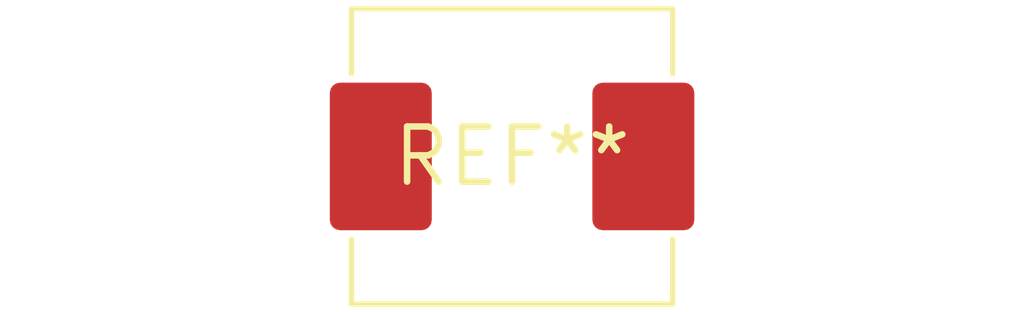
<source format=kicad_pcb>
(kicad_pcb (version 20240108) (generator pcbnew)
  (layers (0 "F.Cu" signal) (31 "B.Cu" signal) (34 "B.Paste" user) (35 "F.Paste" user) (36 "B.SilkS" user "B.Silkscreen") (37 "F.SilkS" user "F.Silkscreen") (38 "B.Mask" user) (39 "F.Mask" user) (44 "Edge.Cuts" user))
  (net 0 "")
  (footprint "L_Abracon_ASPI-0630LR" (layer "F.Cu") (at 0 0)
    (property "Reference" "REF**")
    (property "Value" "L_Abracon_ASPI-0630LR")
    (fp_line (start -3.7 -3.4) (end -3.7 -1.9) (layer "F.SilkS") (stroke (width 0.12)))
    (fp_line (start -3.7 3.4) (end -3.7 1.9) (layer "F.SilkS") (stroke (width 0.12)))
    (fp_line (start -3.7 3.4) (end 3.7 3.4) (layer "F.SilkS") (stroke (width 0.12)))
    (fp_line (start 3.7 -3.4) (end -3.7 -3.4) (layer "F.SilkS") (stroke (width 0.12)))
    (fp_line (start 3.7 -3.4) (end 3.7 -1.9) (layer "F.SilkS") (stroke (width 0.12)))
    (fp_line (start 3.7 3.4) (end 3.7 1.9) (layer "F.SilkS") (stroke (width 0.12)))
    (pad "1" smd roundrect (at -3.025 0) (size 2.35 3.4) (layers "F.Cu" "F.Paste" "F.Mask") (roundrect_rratio 0.1))
    (pad "2" smd roundrect (at 3.025 0) (size 2.35 3.4) (layers "F.Cu" "F.Paste" "F.Mask") (roundrect_rratio 0.1))
  )
)
</source>
